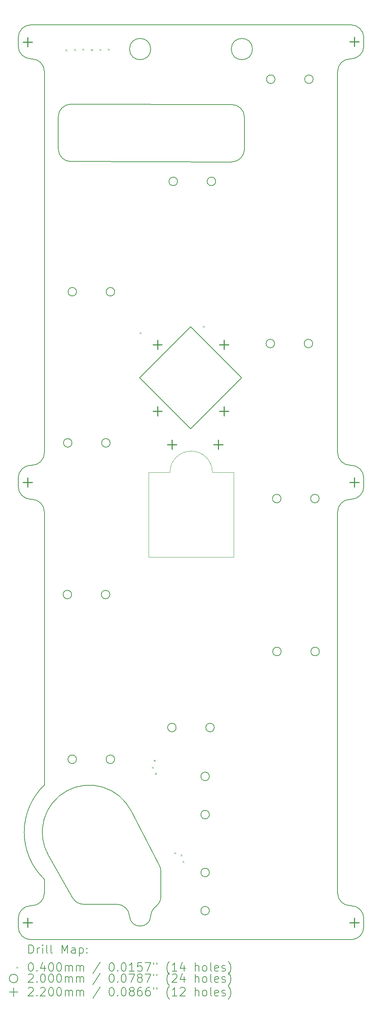
<source format=gbr>
%TF.GenerationSoftware,KiCad,Pcbnew,8.0.4*%
%TF.CreationDate,2024-12-03T20:52:28-08:00*%
%TF.ProjectId,Stationary_X_Panel,53746174-696f-46e6-9172-795f585f5061,1c*%
%TF.SameCoordinates,Original*%
%TF.FileFunction,Drillmap*%
%TF.FilePolarity,Positive*%
%FSLAX45Y45*%
G04 Gerber Fmt 4.5, Leading zero omitted, Abs format (unit mm)*
G04 Created by KiCad (PCBNEW 8.0.4) date 2024-12-03 20:52:28*
%MOMM*%
%LPD*%
G01*
G04 APERTURE LIST*
%ADD10C,0.200000*%
%ADD11C,0.100000*%
%ADD12C,0.220000*%
G04 APERTURE END LIST*
D10*
X8408500Y-2710500D02*
G75*
G02*
X7908500Y-2710500I-250000J0D01*
G01*
X7908500Y-2710500D02*
G75*
G02*
X8408500Y-2710500I250000J0D01*
G01*
X10416000Y-22590500D02*
X10416000Y-13615500D01*
X10733500Y-12515500D02*
G75*
G02*
X11033500Y-12815500I0J-300000D01*
G01*
X4167106Y-22704917D02*
X3596709Y-21707521D01*
X8218110Y-5069300D02*
G75*
G02*
X7918110Y-5369300I-300000J0D01*
G01*
X3183500Y-2940500D02*
X3201000Y-2940500D01*
X6248500Y-22084083D02*
X6248500Y-22669490D01*
X11033500Y-23390500D02*
X11033500Y-23190500D01*
X3501000Y-22268160D02*
X3501000Y-22590500D01*
X11033500Y-13015500D02*
G75*
G02*
X10733500Y-13315500I-300000J0D01*
G01*
X2883500Y-23190500D02*
G75*
G02*
X3183500Y-22890500I300000J0D01*
G01*
X6008138Y-23133948D02*
G75*
G02*
X6128104Y-22909791I299602J-16162D01*
G01*
X10416000Y-3240500D02*
G75*
G02*
X10716000Y-2940500I300000J0D01*
G01*
X3501000Y-22590500D02*
G75*
G02*
X3201000Y-22890500I-300000J0D01*
G01*
X4127500Y-4008260D02*
X7918110Y-4016820D01*
X3183500Y-23690500D02*
G75*
G02*
X2883500Y-23390500I0J300000D01*
G01*
X10416000Y-13615500D02*
G75*
G02*
X10716000Y-13315500I300000J0D01*
G01*
D11*
X5962000Y-14680000D02*
X5962000Y-12680000D01*
D10*
X11033500Y-2640500D02*
X11033500Y-2440500D01*
X10733500Y-2140500D02*
G75*
G02*
X11033500Y-2440500I0J-300000D01*
G01*
X3183500Y-2940500D02*
G75*
G02*
X2883500Y-2640500I0J300000D01*
G01*
X10733500Y-22890500D02*
G75*
G02*
X11033500Y-23190500I0J-300000D01*
G01*
X10733500Y-12515500D02*
X10716000Y-12515500D01*
X2883500Y-12815500D02*
X2883500Y-13015500D01*
X3201000Y-12515500D02*
X3183500Y-12515500D01*
X10716000Y-22890500D02*
G75*
G02*
X10416000Y-22590500I0J300000D01*
G01*
X2883500Y-2440500D02*
G75*
G02*
X3183500Y-2140500I300000J0D01*
G01*
D11*
X6462000Y-12680000D02*
G75*
G02*
X7462000Y-12680000I500000J0D01*
G01*
D10*
X10716000Y-13315500D02*
X10733500Y-13315500D01*
X10716000Y-12515500D02*
G75*
G02*
X10416000Y-12215500I0J300000D01*
G01*
X10716000Y-2940500D02*
X10733500Y-2940500D01*
X3183500Y-13315500D02*
G75*
G02*
X2883500Y-13015500I0J300000D01*
G01*
X6248500Y-22669490D02*
G75*
G02*
X6128102Y-22909788I-300000J0D01*
G01*
X6008138Y-23133948D02*
G75*
G02*
X5509021Y-23136630I-249638J13448D01*
G01*
X4127500Y-5360740D02*
G75*
G02*
X3827500Y-5060740I0J300000D01*
G01*
X3501000Y-12215500D02*
G75*
G02*
X3201000Y-12515500I-300000J0D01*
G01*
X10733500Y-22890500D02*
X10716000Y-22890500D01*
X3501000Y-3240500D02*
X3501000Y-12215500D01*
X11033500Y-13015500D02*
X11033500Y-12815500D01*
X3201000Y-13315500D02*
G75*
G02*
X3501000Y-13615500I0J-300000D01*
G01*
D11*
X7962000Y-12680000D02*
X7962000Y-14680000D01*
D10*
X3827500Y-4308260D02*
G75*
G02*
X4127500Y-4008260I300000J0D01*
G01*
X7918110Y-4016820D02*
G75*
G02*
X8218110Y-4316820I0J-300000D01*
G01*
D11*
X7462000Y-12680000D02*
X7962000Y-12680000D01*
D10*
X3201000Y-22890500D02*
X3183500Y-22890500D01*
X2883500Y-2440500D02*
X2883500Y-2640500D01*
X10416000Y-12215500D02*
X10416000Y-3240500D01*
X5209646Y-22855986D02*
G75*
G02*
X5509030Y-23136629I14J-299994D01*
G01*
X11033500Y-2640500D02*
G75*
G02*
X10733500Y-2940500I-300000J0D01*
G01*
X7918110Y-5369300D02*
X4127500Y-5360740D01*
D11*
X5962000Y-12680000D02*
X6462000Y-12680000D01*
D10*
X6008500Y-2710500D02*
G75*
G02*
X5508500Y-2710500I-250000J0D01*
G01*
X5508500Y-2710500D02*
G75*
G02*
X6008500Y-2710500I250000J0D01*
G01*
X5209646Y-22855986D02*
X4427528Y-22855986D01*
X3827500Y-5060740D02*
X3827500Y-4308260D01*
X4427528Y-22855986D02*
G75*
G02*
X4167105Y-22704918I2J300006D01*
G01*
X8153273Y-10456918D02*
X6951191Y-11659000D01*
X5749110Y-10456918D01*
X6951191Y-9254837D01*
X8153273Y-10456918D01*
X8218110Y-4316820D02*
X8218110Y-5069300D01*
D11*
X7962000Y-14680000D02*
X5962000Y-14680000D01*
D10*
X5542277Y-20647816D02*
X6214875Y-21946081D01*
X6214875Y-21946081D02*
G75*
G02*
X6248497Y-22084083I-266385J-137999D01*
G01*
X2883500Y-23190500D02*
X2883500Y-23390500D01*
X3201000Y-2940500D02*
G75*
G02*
X3501000Y-3240500I0J-300000D01*
G01*
X10733500Y-2140500D02*
X3183500Y-2140500D01*
X3596709Y-21707521D02*
G75*
G02*
X5542277Y-20647816I961791J550035D01*
G01*
X11033500Y-23390500D02*
G75*
G02*
X10733500Y-23690500I-300000J0D01*
G01*
X3183500Y-13315500D02*
X3201000Y-13315500D01*
X3501000Y-22268160D02*
G75*
G02*
X3501000Y-20046812I1057501J1110674D01*
G01*
X3183500Y-23690500D02*
X10733500Y-23690500D01*
X3501000Y-13615500D02*
X3501000Y-20046812D01*
X2883500Y-12815500D02*
G75*
G02*
X3183500Y-12515500I300000J0D01*
G01*
D11*
X3994500Y-2717500D02*
X4034500Y-2757500D01*
X4034500Y-2717500D02*
X3994500Y-2757500D01*
X4197500Y-2708500D02*
X4237500Y-2748500D01*
X4237500Y-2708500D02*
X4197500Y-2748500D01*
X4393500Y-2700500D02*
X4433500Y-2740500D01*
X4433500Y-2700500D02*
X4393500Y-2740500D01*
X4594500Y-2711500D02*
X4634500Y-2751500D01*
X4634500Y-2711500D02*
X4594500Y-2751500D01*
X4797500Y-2708500D02*
X4837500Y-2748500D01*
X4837500Y-2708500D02*
X4797500Y-2748500D01*
X4992500Y-2698500D02*
X5032500Y-2738500D01*
X5032500Y-2698500D02*
X4992500Y-2738500D01*
X5745800Y-9378000D02*
X5785800Y-9418000D01*
X5785800Y-9378000D02*
X5745800Y-9418000D01*
X6036500Y-19615500D02*
X6076500Y-19655500D01*
X6076500Y-19615500D02*
X6036500Y-19655500D01*
X6079500Y-19449500D02*
X6119500Y-19489500D01*
X6119500Y-19449500D02*
X6079500Y-19489500D01*
X6107500Y-19762500D02*
X6147500Y-19802500D01*
X6147500Y-19762500D02*
X6107500Y-19802500D01*
X6561500Y-21632500D02*
X6601500Y-21672500D01*
X6601500Y-21632500D02*
X6561500Y-21672500D01*
X6711500Y-21683500D02*
X6751500Y-21723500D01*
X6751500Y-21683500D02*
X6711500Y-21723500D01*
X6753500Y-21836500D02*
X6793500Y-21876500D01*
X6793500Y-21836500D02*
X6753500Y-21876500D01*
X7239500Y-9225600D02*
X7279500Y-9265600D01*
X7279500Y-9225600D02*
X7239500Y-9265600D01*
D10*
X4143500Y-15559500D02*
G75*
G02*
X3943500Y-15559500I-100000J0D01*
G01*
X3943500Y-15559500D02*
G75*
G02*
X4143500Y-15559500I100000J0D01*
G01*
X4151500Y-11987500D02*
G75*
G02*
X3951500Y-11987500I-100000J0D01*
G01*
X3951500Y-11987500D02*
G75*
G02*
X4151500Y-11987500I100000J0D01*
G01*
X4256500Y-19440500D02*
G75*
G02*
X4056500Y-19440500I-100000J0D01*
G01*
X4056500Y-19440500D02*
G75*
G02*
X4256500Y-19440500I100000J0D01*
G01*
X4258500Y-8427500D02*
G75*
G02*
X4058500Y-8427500I-100000J0D01*
G01*
X4058500Y-8427500D02*
G75*
G02*
X4258500Y-8427500I100000J0D01*
G01*
X5043500Y-15559500D02*
G75*
G02*
X4843500Y-15559500I-100000J0D01*
G01*
X4843500Y-15559500D02*
G75*
G02*
X5043500Y-15559500I100000J0D01*
G01*
X5051500Y-11987500D02*
G75*
G02*
X4851500Y-11987500I-100000J0D01*
G01*
X4851500Y-11987500D02*
G75*
G02*
X5051500Y-11987500I100000J0D01*
G01*
X5156500Y-19440500D02*
G75*
G02*
X4956500Y-19440500I-100000J0D01*
G01*
X4956500Y-19440500D02*
G75*
G02*
X5156500Y-19440500I100000J0D01*
G01*
X5158500Y-8427500D02*
G75*
G02*
X4958500Y-8427500I-100000J0D01*
G01*
X4958500Y-8427500D02*
G75*
G02*
X5158500Y-8427500I100000J0D01*
G01*
X6607500Y-18692500D02*
G75*
G02*
X6407500Y-18692500I-100000J0D01*
G01*
X6407500Y-18692500D02*
G75*
G02*
X6607500Y-18692500I100000J0D01*
G01*
X6639500Y-5827500D02*
G75*
G02*
X6439500Y-5827500I-100000J0D01*
G01*
X6439500Y-5827500D02*
G75*
G02*
X6639500Y-5827500I100000J0D01*
G01*
X7391500Y-19843500D02*
G75*
G02*
X7191500Y-19843500I-100000J0D01*
G01*
X7191500Y-19843500D02*
G75*
G02*
X7391500Y-19843500I100000J0D01*
G01*
X7391500Y-20743500D02*
G75*
G02*
X7191500Y-20743500I-100000J0D01*
G01*
X7191500Y-20743500D02*
G75*
G02*
X7391500Y-20743500I100000J0D01*
G01*
X7391500Y-22107500D02*
G75*
G02*
X7191500Y-22107500I-100000J0D01*
G01*
X7191500Y-22107500D02*
G75*
G02*
X7391500Y-22107500I100000J0D01*
G01*
X7391500Y-23007500D02*
G75*
G02*
X7191500Y-23007500I-100000J0D01*
G01*
X7191500Y-23007500D02*
G75*
G02*
X7391500Y-23007500I100000J0D01*
G01*
X7507500Y-18692500D02*
G75*
G02*
X7307500Y-18692500I-100000J0D01*
G01*
X7307500Y-18692500D02*
G75*
G02*
X7507500Y-18692500I100000J0D01*
G01*
X7539500Y-5827500D02*
G75*
G02*
X7339500Y-5827500I-100000J0D01*
G01*
X7339500Y-5827500D02*
G75*
G02*
X7539500Y-5827500I100000J0D01*
G01*
X8928500Y-9647500D02*
G75*
G02*
X8728500Y-9647500I-100000J0D01*
G01*
X8728500Y-9647500D02*
G75*
G02*
X8928500Y-9647500I100000J0D01*
G01*
X8939500Y-3420500D02*
G75*
G02*
X8739500Y-3420500I-100000J0D01*
G01*
X8739500Y-3420500D02*
G75*
G02*
X8939500Y-3420500I100000J0D01*
G01*
X9080500Y-13299500D02*
G75*
G02*
X8880500Y-13299500I-100000J0D01*
G01*
X8880500Y-13299500D02*
G75*
G02*
X9080500Y-13299500I100000J0D01*
G01*
X9085500Y-16901500D02*
G75*
G02*
X8885500Y-16901500I-100000J0D01*
G01*
X8885500Y-16901500D02*
G75*
G02*
X9085500Y-16901500I100000J0D01*
G01*
X9828500Y-9647500D02*
G75*
G02*
X9628500Y-9647500I-100000J0D01*
G01*
X9628500Y-9647500D02*
G75*
G02*
X9828500Y-9647500I100000J0D01*
G01*
X9839500Y-3420500D02*
G75*
G02*
X9639500Y-3420500I-100000J0D01*
G01*
X9639500Y-3420500D02*
G75*
G02*
X9839500Y-3420500I100000J0D01*
G01*
X9980500Y-13299500D02*
G75*
G02*
X9780500Y-13299500I-100000J0D01*
G01*
X9780500Y-13299500D02*
G75*
G02*
X9980500Y-13299500I100000J0D01*
G01*
X9985500Y-16901500D02*
G75*
G02*
X9785500Y-16901500I-100000J0D01*
G01*
X9785500Y-16901500D02*
G75*
G02*
X9985500Y-16901500I100000J0D01*
G01*
D12*
X3107500Y-12805500D02*
X3107500Y-13025500D01*
X2997500Y-12915500D02*
X3217500Y-12915500D01*
X3108500Y-2431500D02*
X3108500Y-2651500D01*
X2998500Y-2541500D02*
X3218500Y-2541500D01*
X3109500Y-23181500D02*
X3109500Y-23401500D01*
X2999500Y-23291500D02*
X3219500Y-23291500D01*
X6166611Y-9562339D02*
X6166611Y-9782339D01*
X6056611Y-9672339D02*
X6276611Y-9672339D01*
X6166611Y-11132116D02*
X6166611Y-11352116D01*
X6056611Y-11242116D02*
X6276611Y-11242116D01*
X6510000Y-11921500D02*
X6510000Y-12141500D01*
X6400000Y-12031500D02*
X6620000Y-12031500D01*
X7604500Y-11921500D02*
X7604500Y-12141500D01*
X7494500Y-12031500D02*
X7714500Y-12031500D01*
X7736388Y-9562339D02*
X7736388Y-9782339D01*
X7626388Y-9672339D02*
X7846388Y-9672339D01*
X7736388Y-11132116D02*
X7736388Y-11352116D01*
X7626388Y-11242116D02*
X7846388Y-11242116D01*
X10807500Y-12806500D02*
X10807500Y-13026500D01*
X10697500Y-12916500D02*
X10917500Y-12916500D01*
X10807500Y-23180500D02*
X10807500Y-23400500D01*
X10697500Y-23290500D02*
X10917500Y-23290500D01*
X10809500Y-2430500D02*
X10809500Y-2650500D01*
X10699500Y-2540500D02*
X10919500Y-2540500D01*
D10*
X3134277Y-24011984D02*
X3134277Y-23811984D01*
X3134277Y-23811984D02*
X3181896Y-23811984D01*
X3181896Y-23811984D02*
X3210467Y-23821508D01*
X3210467Y-23821508D02*
X3229515Y-23840555D01*
X3229515Y-23840555D02*
X3239039Y-23859603D01*
X3239039Y-23859603D02*
X3248562Y-23897698D01*
X3248562Y-23897698D02*
X3248562Y-23926269D01*
X3248562Y-23926269D02*
X3239039Y-23964365D01*
X3239039Y-23964365D02*
X3229515Y-23983412D01*
X3229515Y-23983412D02*
X3210467Y-24002460D01*
X3210467Y-24002460D02*
X3181896Y-24011984D01*
X3181896Y-24011984D02*
X3134277Y-24011984D01*
X3334277Y-24011984D02*
X3334277Y-23878650D01*
X3334277Y-23916746D02*
X3343801Y-23897698D01*
X3343801Y-23897698D02*
X3353324Y-23888174D01*
X3353324Y-23888174D02*
X3372372Y-23878650D01*
X3372372Y-23878650D02*
X3391420Y-23878650D01*
X3458086Y-24011984D02*
X3458086Y-23878650D01*
X3458086Y-23811984D02*
X3448562Y-23821508D01*
X3448562Y-23821508D02*
X3458086Y-23831031D01*
X3458086Y-23831031D02*
X3467610Y-23821508D01*
X3467610Y-23821508D02*
X3458086Y-23811984D01*
X3458086Y-23811984D02*
X3458086Y-23831031D01*
X3581896Y-24011984D02*
X3562848Y-24002460D01*
X3562848Y-24002460D02*
X3553324Y-23983412D01*
X3553324Y-23983412D02*
X3553324Y-23811984D01*
X3686658Y-24011984D02*
X3667610Y-24002460D01*
X3667610Y-24002460D02*
X3658086Y-23983412D01*
X3658086Y-23983412D02*
X3658086Y-23811984D01*
X3915229Y-24011984D02*
X3915229Y-23811984D01*
X3915229Y-23811984D02*
X3981896Y-23954841D01*
X3981896Y-23954841D02*
X4048562Y-23811984D01*
X4048562Y-23811984D02*
X4048562Y-24011984D01*
X4229515Y-24011984D02*
X4229515Y-23907222D01*
X4229515Y-23907222D02*
X4219991Y-23888174D01*
X4219991Y-23888174D02*
X4200944Y-23878650D01*
X4200944Y-23878650D02*
X4162848Y-23878650D01*
X4162848Y-23878650D02*
X4143801Y-23888174D01*
X4229515Y-24002460D02*
X4210467Y-24011984D01*
X4210467Y-24011984D02*
X4162848Y-24011984D01*
X4162848Y-24011984D02*
X4143801Y-24002460D01*
X4143801Y-24002460D02*
X4134277Y-23983412D01*
X4134277Y-23983412D02*
X4134277Y-23964365D01*
X4134277Y-23964365D02*
X4143801Y-23945317D01*
X4143801Y-23945317D02*
X4162848Y-23935793D01*
X4162848Y-23935793D02*
X4210467Y-23935793D01*
X4210467Y-23935793D02*
X4229515Y-23926269D01*
X4324753Y-23878650D02*
X4324753Y-24078650D01*
X4324753Y-23888174D02*
X4343801Y-23878650D01*
X4343801Y-23878650D02*
X4381896Y-23878650D01*
X4381896Y-23878650D02*
X4400944Y-23888174D01*
X4400944Y-23888174D02*
X4410467Y-23897698D01*
X4410467Y-23897698D02*
X4419991Y-23916746D01*
X4419991Y-23916746D02*
X4419991Y-23973888D01*
X4419991Y-23973888D02*
X4410467Y-23992936D01*
X4410467Y-23992936D02*
X4400944Y-24002460D01*
X4400944Y-24002460D02*
X4381896Y-24011984D01*
X4381896Y-24011984D02*
X4343801Y-24011984D01*
X4343801Y-24011984D02*
X4324753Y-24002460D01*
X4505705Y-23992936D02*
X4515229Y-24002460D01*
X4515229Y-24002460D02*
X4505705Y-24011984D01*
X4505705Y-24011984D02*
X4496182Y-24002460D01*
X4496182Y-24002460D02*
X4505705Y-23992936D01*
X4505705Y-23992936D02*
X4505705Y-24011984D01*
X4505705Y-23888174D02*
X4515229Y-23897698D01*
X4515229Y-23897698D02*
X4505705Y-23907222D01*
X4505705Y-23907222D02*
X4496182Y-23897698D01*
X4496182Y-23897698D02*
X4505705Y-23888174D01*
X4505705Y-23888174D02*
X4505705Y-23907222D01*
D11*
X2833500Y-24320500D02*
X2873500Y-24360500D01*
X2873500Y-24320500D02*
X2833500Y-24360500D01*
D10*
X3172372Y-24231984D02*
X3191420Y-24231984D01*
X3191420Y-24231984D02*
X3210467Y-24241508D01*
X3210467Y-24241508D02*
X3219991Y-24251031D01*
X3219991Y-24251031D02*
X3229515Y-24270079D01*
X3229515Y-24270079D02*
X3239039Y-24308174D01*
X3239039Y-24308174D02*
X3239039Y-24355793D01*
X3239039Y-24355793D02*
X3229515Y-24393888D01*
X3229515Y-24393888D02*
X3219991Y-24412936D01*
X3219991Y-24412936D02*
X3210467Y-24422460D01*
X3210467Y-24422460D02*
X3191420Y-24431984D01*
X3191420Y-24431984D02*
X3172372Y-24431984D01*
X3172372Y-24431984D02*
X3153324Y-24422460D01*
X3153324Y-24422460D02*
X3143801Y-24412936D01*
X3143801Y-24412936D02*
X3134277Y-24393888D01*
X3134277Y-24393888D02*
X3124753Y-24355793D01*
X3124753Y-24355793D02*
X3124753Y-24308174D01*
X3124753Y-24308174D02*
X3134277Y-24270079D01*
X3134277Y-24270079D02*
X3143801Y-24251031D01*
X3143801Y-24251031D02*
X3153324Y-24241508D01*
X3153324Y-24241508D02*
X3172372Y-24231984D01*
X3324753Y-24412936D02*
X3334277Y-24422460D01*
X3334277Y-24422460D02*
X3324753Y-24431984D01*
X3324753Y-24431984D02*
X3315229Y-24422460D01*
X3315229Y-24422460D02*
X3324753Y-24412936D01*
X3324753Y-24412936D02*
X3324753Y-24431984D01*
X3505705Y-24298650D02*
X3505705Y-24431984D01*
X3458086Y-24222460D02*
X3410467Y-24365317D01*
X3410467Y-24365317D02*
X3534277Y-24365317D01*
X3648562Y-24231984D02*
X3667610Y-24231984D01*
X3667610Y-24231984D02*
X3686658Y-24241508D01*
X3686658Y-24241508D02*
X3696182Y-24251031D01*
X3696182Y-24251031D02*
X3705705Y-24270079D01*
X3705705Y-24270079D02*
X3715229Y-24308174D01*
X3715229Y-24308174D02*
X3715229Y-24355793D01*
X3715229Y-24355793D02*
X3705705Y-24393888D01*
X3705705Y-24393888D02*
X3696182Y-24412936D01*
X3696182Y-24412936D02*
X3686658Y-24422460D01*
X3686658Y-24422460D02*
X3667610Y-24431984D01*
X3667610Y-24431984D02*
X3648562Y-24431984D01*
X3648562Y-24431984D02*
X3629515Y-24422460D01*
X3629515Y-24422460D02*
X3619991Y-24412936D01*
X3619991Y-24412936D02*
X3610467Y-24393888D01*
X3610467Y-24393888D02*
X3600943Y-24355793D01*
X3600943Y-24355793D02*
X3600943Y-24308174D01*
X3600943Y-24308174D02*
X3610467Y-24270079D01*
X3610467Y-24270079D02*
X3619991Y-24251031D01*
X3619991Y-24251031D02*
X3629515Y-24241508D01*
X3629515Y-24241508D02*
X3648562Y-24231984D01*
X3839039Y-24231984D02*
X3858086Y-24231984D01*
X3858086Y-24231984D02*
X3877134Y-24241508D01*
X3877134Y-24241508D02*
X3886658Y-24251031D01*
X3886658Y-24251031D02*
X3896182Y-24270079D01*
X3896182Y-24270079D02*
X3905705Y-24308174D01*
X3905705Y-24308174D02*
X3905705Y-24355793D01*
X3905705Y-24355793D02*
X3896182Y-24393888D01*
X3896182Y-24393888D02*
X3886658Y-24412936D01*
X3886658Y-24412936D02*
X3877134Y-24422460D01*
X3877134Y-24422460D02*
X3858086Y-24431984D01*
X3858086Y-24431984D02*
X3839039Y-24431984D01*
X3839039Y-24431984D02*
X3819991Y-24422460D01*
X3819991Y-24422460D02*
X3810467Y-24412936D01*
X3810467Y-24412936D02*
X3800943Y-24393888D01*
X3800943Y-24393888D02*
X3791420Y-24355793D01*
X3791420Y-24355793D02*
X3791420Y-24308174D01*
X3791420Y-24308174D02*
X3800943Y-24270079D01*
X3800943Y-24270079D02*
X3810467Y-24251031D01*
X3810467Y-24251031D02*
X3819991Y-24241508D01*
X3819991Y-24241508D02*
X3839039Y-24231984D01*
X3991420Y-24431984D02*
X3991420Y-24298650D01*
X3991420Y-24317698D02*
X4000943Y-24308174D01*
X4000943Y-24308174D02*
X4019991Y-24298650D01*
X4019991Y-24298650D02*
X4048563Y-24298650D01*
X4048563Y-24298650D02*
X4067610Y-24308174D01*
X4067610Y-24308174D02*
X4077134Y-24327222D01*
X4077134Y-24327222D02*
X4077134Y-24431984D01*
X4077134Y-24327222D02*
X4086658Y-24308174D01*
X4086658Y-24308174D02*
X4105705Y-24298650D01*
X4105705Y-24298650D02*
X4134277Y-24298650D01*
X4134277Y-24298650D02*
X4153324Y-24308174D01*
X4153324Y-24308174D02*
X4162848Y-24327222D01*
X4162848Y-24327222D02*
X4162848Y-24431984D01*
X4258086Y-24431984D02*
X4258086Y-24298650D01*
X4258086Y-24317698D02*
X4267610Y-24308174D01*
X4267610Y-24308174D02*
X4286658Y-24298650D01*
X4286658Y-24298650D02*
X4315229Y-24298650D01*
X4315229Y-24298650D02*
X4334277Y-24308174D01*
X4334277Y-24308174D02*
X4343801Y-24327222D01*
X4343801Y-24327222D02*
X4343801Y-24431984D01*
X4343801Y-24327222D02*
X4353325Y-24308174D01*
X4353325Y-24308174D02*
X4372372Y-24298650D01*
X4372372Y-24298650D02*
X4400944Y-24298650D01*
X4400944Y-24298650D02*
X4419991Y-24308174D01*
X4419991Y-24308174D02*
X4429515Y-24327222D01*
X4429515Y-24327222D02*
X4429515Y-24431984D01*
X4819991Y-24222460D02*
X4648563Y-24479603D01*
X5077134Y-24231984D02*
X5096182Y-24231984D01*
X5096182Y-24231984D02*
X5115229Y-24241508D01*
X5115229Y-24241508D02*
X5124753Y-24251031D01*
X5124753Y-24251031D02*
X5134277Y-24270079D01*
X5134277Y-24270079D02*
X5143801Y-24308174D01*
X5143801Y-24308174D02*
X5143801Y-24355793D01*
X5143801Y-24355793D02*
X5134277Y-24393888D01*
X5134277Y-24393888D02*
X5124753Y-24412936D01*
X5124753Y-24412936D02*
X5115229Y-24422460D01*
X5115229Y-24422460D02*
X5096182Y-24431984D01*
X5096182Y-24431984D02*
X5077134Y-24431984D01*
X5077134Y-24431984D02*
X5058087Y-24422460D01*
X5058087Y-24422460D02*
X5048563Y-24412936D01*
X5048563Y-24412936D02*
X5039039Y-24393888D01*
X5039039Y-24393888D02*
X5029515Y-24355793D01*
X5029515Y-24355793D02*
X5029515Y-24308174D01*
X5029515Y-24308174D02*
X5039039Y-24270079D01*
X5039039Y-24270079D02*
X5048563Y-24251031D01*
X5048563Y-24251031D02*
X5058087Y-24241508D01*
X5058087Y-24241508D02*
X5077134Y-24231984D01*
X5229515Y-24412936D02*
X5239039Y-24422460D01*
X5239039Y-24422460D02*
X5229515Y-24431984D01*
X5229515Y-24431984D02*
X5219991Y-24422460D01*
X5219991Y-24422460D02*
X5229515Y-24412936D01*
X5229515Y-24412936D02*
X5229515Y-24431984D01*
X5362848Y-24231984D02*
X5381896Y-24231984D01*
X5381896Y-24231984D02*
X5400944Y-24241508D01*
X5400944Y-24241508D02*
X5410468Y-24251031D01*
X5410468Y-24251031D02*
X5419991Y-24270079D01*
X5419991Y-24270079D02*
X5429515Y-24308174D01*
X5429515Y-24308174D02*
X5429515Y-24355793D01*
X5429515Y-24355793D02*
X5419991Y-24393888D01*
X5419991Y-24393888D02*
X5410468Y-24412936D01*
X5410468Y-24412936D02*
X5400944Y-24422460D01*
X5400944Y-24422460D02*
X5381896Y-24431984D01*
X5381896Y-24431984D02*
X5362848Y-24431984D01*
X5362848Y-24431984D02*
X5343801Y-24422460D01*
X5343801Y-24422460D02*
X5334277Y-24412936D01*
X5334277Y-24412936D02*
X5324753Y-24393888D01*
X5324753Y-24393888D02*
X5315229Y-24355793D01*
X5315229Y-24355793D02*
X5315229Y-24308174D01*
X5315229Y-24308174D02*
X5324753Y-24270079D01*
X5324753Y-24270079D02*
X5334277Y-24251031D01*
X5334277Y-24251031D02*
X5343801Y-24241508D01*
X5343801Y-24241508D02*
X5362848Y-24231984D01*
X5619991Y-24431984D02*
X5505706Y-24431984D01*
X5562848Y-24431984D02*
X5562848Y-24231984D01*
X5562848Y-24231984D02*
X5543801Y-24260555D01*
X5543801Y-24260555D02*
X5524753Y-24279603D01*
X5524753Y-24279603D02*
X5505706Y-24289127D01*
X5800944Y-24231984D02*
X5705706Y-24231984D01*
X5705706Y-24231984D02*
X5696182Y-24327222D01*
X5696182Y-24327222D02*
X5705706Y-24317698D01*
X5705706Y-24317698D02*
X5724753Y-24308174D01*
X5724753Y-24308174D02*
X5772372Y-24308174D01*
X5772372Y-24308174D02*
X5791420Y-24317698D01*
X5791420Y-24317698D02*
X5800944Y-24327222D01*
X5800944Y-24327222D02*
X5810467Y-24346269D01*
X5810467Y-24346269D02*
X5810467Y-24393888D01*
X5810467Y-24393888D02*
X5800944Y-24412936D01*
X5800944Y-24412936D02*
X5791420Y-24422460D01*
X5791420Y-24422460D02*
X5772372Y-24431984D01*
X5772372Y-24431984D02*
X5724753Y-24431984D01*
X5724753Y-24431984D02*
X5705706Y-24422460D01*
X5705706Y-24422460D02*
X5696182Y-24412936D01*
X5877134Y-24231984D02*
X6010467Y-24231984D01*
X6010467Y-24231984D02*
X5924753Y-24431984D01*
X6077134Y-24231984D02*
X6077134Y-24270079D01*
X6153325Y-24231984D02*
X6153325Y-24270079D01*
X6448563Y-24508174D02*
X6439039Y-24498650D01*
X6439039Y-24498650D02*
X6419991Y-24470079D01*
X6419991Y-24470079D02*
X6410468Y-24451031D01*
X6410468Y-24451031D02*
X6400944Y-24422460D01*
X6400944Y-24422460D02*
X6391420Y-24374841D01*
X6391420Y-24374841D02*
X6391420Y-24336746D01*
X6391420Y-24336746D02*
X6400944Y-24289127D01*
X6400944Y-24289127D02*
X6410468Y-24260555D01*
X6410468Y-24260555D02*
X6419991Y-24241508D01*
X6419991Y-24241508D02*
X6439039Y-24212936D01*
X6439039Y-24212936D02*
X6448563Y-24203412D01*
X6629515Y-24431984D02*
X6515229Y-24431984D01*
X6572372Y-24431984D02*
X6572372Y-24231984D01*
X6572372Y-24231984D02*
X6553325Y-24260555D01*
X6553325Y-24260555D02*
X6534277Y-24279603D01*
X6534277Y-24279603D02*
X6515229Y-24289127D01*
X6800944Y-24298650D02*
X6800944Y-24431984D01*
X6753325Y-24222460D02*
X6705706Y-24365317D01*
X6705706Y-24365317D02*
X6829515Y-24365317D01*
X7058087Y-24431984D02*
X7058087Y-24231984D01*
X7143801Y-24431984D02*
X7143801Y-24327222D01*
X7143801Y-24327222D02*
X7134277Y-24308174D01*
X7134277Y-24308174D02*
X7115230Y-24298650D01*
X7115230Y-24298650D02*
X7086658Y-24298650D01*
X7086658Y-24298650D02*
X7067610Y-24308174D01*
X7067610Y-24308174D02*
X7058087Y-24317698D01*
X7267610Y-24431984D02*
X7248563Y-24422460D01*
X7248563Y-24422460D02*
X7239039Y-24412936D01*
X7239039Y-24412936D02*
X7229515Y-24393888D01*
X7229515Y-24393888D02*
X7229515Y-24336746D01*
X7229515Y-24336746D02*
X7239039Y-24317698D01*
X7239039Y-24317698D02*
X7248563Y-24308174D01*
X7248563Y-24308174D02*
X7267610Y-24298650D01*
X7267610Y-24298650D02*
X7296182Y-24298650D01*
X7296182Y-24298650D02*
X7315230Y-24308174D01*
X7315230Y-24308174D02*
X7324753Y-24317698D01*
X7324753Y-24317698D02*
X7334277Y-24336746D01*
X7334277Y-24336746D02*
X7334277Y-24393888D01*
X7334277Y-24393888D02*
X7324753Y-24412936D01*
X7324753Y-24412936D02*
X7315230Y-24422460D01*
X7315230Y-24422460D02*
X7296182Y-24431984D01*
X7296182Y-24431984D02*
X7267610Y-24431984D01*
X7448563Y-24431984D02*
X7429515Y-24422460D01*
X7429515Y-24422460D02*
X7419991Y-24403412D01*
X7419991Y-24403412D02*
X7419991Y-24231984D01*
X7600944Y-24422460D02*
X7581896Y-24431984D01*
X7581896Y-24431984D02*
X7543801Y-24431984D01*
X7543801Y-24431984D02*
X7524753Y-24422460D01*
X7524753Y-24422460D02*
X7515230Y-24403412D01*
X7515230Y-24403412D02*
X7515230Y-24327222D01*
X7515230Y-24327222D02*
X7524753Y-24308174D01*
X7524753Y-24308174D02*
X7543801Y-24298650D01*
X7543801Y-24298650D02*
X7581896Y-24298650D01*
X7581896Y-24298650D02*
X7600944Y-24308174D01*
X7600944Y-24308174D02*
X7610468Y-24327222D01*
X7610468Y-24327222D02*
X7610468Y-24346269D01*
X7610468Y-24346269D02*
X7515230Y-24365317D01*
X7686658Y-24422460D02*
X7705706Y-24431984D01*
X7705706Y-24431984D02*
X7743801Y-24431984D01*
X7743801Y-24431984D02*
X7762849Y-24422460D01*
X7762849Y-24422460D02*
X7772372Y-24403412D01*
X7772372Y-24403412D02*
X7772372Y-24393888D01*
X7772372Y-24393888D02*
X7762849Y-24374841D01*
X7762849Y-24374841D02*
X7743801Y-24365317D01*
X7743801Y-24365317D02*
X7715230Y-24365317D01*
X7715230Y-24365317D02*
X7696182Y-24355793D01*
X7696182Y-24355793D02*
X7686658Y-24336746D01*
X7686658Y-24336746D02*
X7686658Y-24327222D01*
X7686658Y-24327222D02*
X7696182Y-24308174D01*
X7696182Y-24308174D02*
X7715230Y-24298650D01*
X7715230Y-24298650D02*
X7743801Y-24298650D01*
X7743801Y-24298650D02*
X7762849Y-24308174D01*
X7839039Y-24508174D02*
X7848563Y-24498650D01*
X7848563Y-24498650D02*
X7867611Y-24470079D01*
X7867611Y-24470079D02*
X7877134Y-24451031D01*
X7877134Y-24451031D02*
X7886658Y-24422460D01*
X7886658Y-24422460D02*
X7896182Y-24374841D01*
X7896182Y-24374841D02*
X7896182Y-24336746D01*
X7896182Y-24336746D02*
X7886658Y-24289127D01*
X7886658Y-24289127D02*
X7877134Y-24260555D01*
X7877134Y-24260555D02*
X7867611Y-24241508D01*
X7867611Y-24241508D02*
X7848563Y-24212936D01*
X7848563Y-24212936D02*
X7839039Y-24203412D01*
X2873500Y-24604500D02*
G75*
G02*
X2673500Y-24604500I-100000J0D01*
G01*
X2673500Y-24604500D02*
G75*
G02*
X2873500Y-24604500I100000J0D01*
G01*
X3124753Y-24515031D02*
X3134277Y-24505508D01*
X3134277Y-24505508D02*
X3153324Y-24495984D01*
X3153324Y-24495984D02*
X3200943Y-24495984D01*
X3200943Y-24495984D02*
X3219991Y-24505508D01*
X3219991Y-24505508D02*
X3229515Y-24515031D01*
X3229515Y-24515031D02*
X3239039Y-24534079D01*
X3239039Y-24534079D02*
X3239039Y-24553127D01*
X3239039Y-24553127D02*
X3229515Y-24581698D01*
X3229515Y-24581698D02*
X3115229Y-24695984D01*
X3115229Y-24695984D02*
X3239039Y-24695984D01*
X3324753Y-24676936D02*
X3334277Y-24686460D01*
X3334277Y-24686460D02*
X3324753Y-24695984D01*
X3324753Y-24695984D02*
X3315229Y-24686460D01*
X3315229Y-24686460D02*
X3324753Y-24676936D01*
X3324753Y-24676936D02*
X3324753Y-24695984D01*
X3458086Y-24495984D02*
X3477134Y-24495984D01*
X3477134Y-24495984D02*
X3496182Y-24505508D01*
X3496182Y-24505508D02*
X3505705Y-24515031D01*
X3505705Y-24515031D02*
X3515229Y-24534079D01*
X3515229Y-24534079D02*
X3524753Y-24572174D01*
X3524753Y-24572174D02*
X3524753Y-24619793D01*
X3524753Y-24619793D02*
X3515229Y-24657888D01*
X3515229Y-24657888D02*
X3505705Y-24676936D01*
X3505705Y-24676936D02*
X3496182Y-24686460D01*
X3496182Y-24686460D02*
X3477134Y-24695984D01*
X3477134Y-24695984D02*
X3458086Y-24695984D01*
X3458086Y-24695984D02*
X3439039Y-24686460D01*
X3439039Y-24686460D02*
X3429515Y-24676936D01*
X3429515Y-24676936D02*
X3419991Y-24657888D01*
X3419991Y-24657888D02*
X3410467Y-24619793D01*
X3410467Y-24619793D02*
X3410467Y-24572174D01*
X3410467Y-24572174D02*
X3419991Y-24534079D01*
X3419991Y-24534079D02*
X3429515Y-24515031D01*
X3429515Y-24515031D02*
X3439039Y-24505508D01*
X3439039Y-24505508D02*
X3458086Y-24495984D01*
X3648562Y-24495984D02*
X3667610Y-24495984D01*
X3667610Y-24495984D02*
X3686658Y-24505508D01*
X3686658Y-24505508D02*
X3696182Y-24515031D01*
X3696182Y-24515031D02*
X3705705Y-24534079D01*
X3705705Y-24534079D02*
X3715229Y-24572174D01*
X3715229Y-24572174D02*
X3715229Y-24619793D01*
X3715229Y-24619793D02*
X3705705Y-24657888D01*
X3705705Y-24657888D02*
X3696182Y-24676936D01*
X3696182Y-24676936D02*
X3686658Y-24686460D01*
X3686658Y-24686460D02*
X3667610Y-24695984D01*
X3667610Y-24695984D02*
X3648562Y-24695984D01*
X3648562Y-24695984D02*
X3629515Y-24686460D01*
X3629515Y-24686460D02*
X3619991Y-24676936D01*
X3619991Y-24676936D02*
X3610467Y-24657888D01*
X3610467Y-24657888D02*
X3600943Y-24619793D01*
X3600943Y-24619793D02*
X3600943Y-24572174D01*
X3600943Y-24572174D02*
X3610467Y-24534079D01*
X3610467Y-24534079D02*
X3619991Y-24515031D01*
X3619991Y-24515031D02*
X3629515Y-24505508D01*
X3629515Y-24505508D02*
X3648562Y-24495984D01*
X3839039Y-24495984D02*
X3858086Y-24495984D01*
X3858086Y-24495984D02*
X3877134Y-24505508D01*
X3877134Y-24505508D02*
X3886658Y-24515031D01*
X3886658Y-24515031D02*
X3896182Y-24534079D01*
X3896182Y-24534079D02*
X3905705Y-24572174D01*
X3905705Y-24572174D02*
X3905705Y-24619793D01*
X3905705Y-24619793D02*
X3896182Y-24657888D01*
X3896182Y-24657888D02*
X3886658Y-24676936D01*
X3886658Y-24676936D02*
X3877134Y-24686460D01*
X3877134Y-24686460D02*
X3858086Y-24695984D01*
X3858086Y-24695984D02*
X3839039Y-24695984D01*
X3839039Y-24695984D02*
X3819991Y-24686460D01*
X3819991Y-24686460D02*
X3810467Y-24676936D01*
X3810467Y-24676936D02*
X3800943Y-24657888D01*
X3800943Y-24657888D02*
X3791420Y-24619793D01*
X3791420Y-24619793D02*
X3791420Y-24572174D01*
X3791420Y-24572174D02*
X3800943Y-24534079D01*
X3800943Y-24534079D02*
X3810467Y-24515031D01*
X3810467Y-24515031D02*
X3819991Y-24505508D01*
X3819991Y-24505508D02*
X3839039Y-24495984D01*
X3991420Y-24695984D02*
X3991420Y-24562650D01*
X3991420Y-24581698D02*
X4000943Y-24572174D01*
X4000943Y-24572174D02*
X4019991Y-24562650D01*
X4019991Y-24562650D02*
X4048563Y-24562650D01*
X4048563Y-24562650D02*
X4067610Y-24572174D01*
X4067610Y-24572174D02*
X4077134Y-24591222D01*
X4077134Y-24591222D02*
X4077134Y-24695984D01*
X4077134Y-24591222D02*
X4086658Y-24572174D01*
X4086658Y-24572174D02*
X4105705Y-24562650D01*
X4105705Y-24562650D02*
X4134277Y-24562650D01*
X4134277Y-24562650D02*
X4153324Y-24572174D01*
X4153324Y-24572174D02*
X4162848Y-24591222D01*
X4162848Y-24591222D02*
X4162848Y-24695984D01*
X4258086Y-24695984D02*
X4258086Y-24562650D01*
X4258086Y-24581698D02*
X4267610Y-24572174D01*
X4267610Y-24572174D02*
X4286658Y-24562650D01*
X4286658Y-24562650D02*
X4315229Y-24562650D01*
X4315229Y-24562650D02*
X4334277Y-24572174D01*
X4334277Y-24572174D02*
X4343801Y-24591222D01*
X4343801Y-24591222D02*
X4343801Y-24695984D01*
X4343801Y-24591222D02*
X4353325Y-24572174D01*
X4353325Y-24572174D02*
X4372372Y-24562650D01*
X4372372Y-24562650D02*
X4400944Y-24562650D01*
X4400944Y-24562650D02*
X4419991Y-24572174D01*
X4419991Y-24572174D02*
X4429515Y-24591222D01*
X4429515Y-24591222D02*
X4429515Y-24695984D01*
X4819991Y-24486460D02*
X4648563Y-24743603D01*
X5077134Y-24495984D02*
X5096182Y-24495984D01*
X5096182Y-24495984D02*
X5115229Y-24505508D01*
X5115229Y-24505508D02*
X5124753Y-24515031D01*
X5124753Y-24515031D02*
X5134277Y-24534079D01*
X5134277Y-24534079D02*
X5143801Y-24572174D01*
X5143801Y-24572174D02*
X5143801Y-24619793D01*
X5143801Y-24619793D02*
X5134277Y-24657888D01*
X5134277Y-24657888D02*
X5124753Y-24676936D01*
X5124753Y-24676936D02*
X5115229Y-24686460D01*
X5115229Y-24686460D02*
X5096182Y-24695984D01*
X5096182Y-24695984D02*
X5077134Y-24695984D01*
X5077134Y-24695984D02*
X5058087Y-24686460D01*
X5058087Y-24686460D02*
X5048563Y-24676936D01*
X5048563Y-24676936D02*
X5039039Y-24657888D01*
X5039039Y-24657888D02*
X5029515Y-24619793D01*
X5029515Y-24619793D02*
X5029515Y-24572174D01*
X5029515Y-24572174D02*
X5039039Y-24534079D01*
X5039039Y-24534079D02*
X5048563Y-24515031D01*
X5048563Y-24515031D02*
X5058087Y-24505508D01*
X5058087Y-24505508D02*
X5077134Y-24495984D01*
X5229515Y-24676936D02*
X5239039Y-24686460D01*
X5239039Y-24686460D02*
X5229515Y-24695984D01*
X5229515Y-24695984D02*
X5219991Y-24686460D01*
X5219991Y-24686460D02*
X5229515Y-24676936D01*
X5229515Y-24676936D02*
X5229515Y-24695984D01*
X5362848Y-24495984D02*
X5381896Y-24495984D01*
X5381896Y-24495984D02*
X5400944Y-24505508D01*
X5400944Y-24505508D02*
X5410468Y-24515031D01*
X5410468Y-24515031D02*
X5419991Y-24534079D01*
X5419991Y-24534079D02*
X5429515Y-24572174D01*
X5429515Y-24572174D02*
X5429515Y-24619793D01*
X5429515Y-24619793D02*
X5419991Y-24657888D01*
X5419991Y-24657888D02*
X5410468Y-24676936D01*
X5410468Y-24676936D02*
X5400944Y-24686460D01*
X5400944Y-24686460D02*
X5381896Y-24695984D01*
X5381896Y-24695984D02*
X5362848Y-24695984D01*
X5362848Y-24695984D02*
X5343801Y-24686460D01*
X5343801Y-24686460D02*
X5334277Y-24676936D01*
X5334277Y-24676936D02*
X5324753Y-24657888D01*
X5324753Y-24657888D02*
X5315229Y-24619793D01*
X5315229Y-24619793D02*
X5315229Y-24572174D01*
X5315229Y-24572174D02*
X5324753Y-24534079D01*
X5324753Y-24534079D02*
X5334277Y-24515031D01*
X5334277Y-24515031D02*
X5343801Y-24505508D01*
X5343801Y-24505508D02*
X5362848Y-24495984D01*
X5496182Y-24495984D02*
X5629515Y-24495984D01*
X5629515Y-24495984D02*
X5543801Y-24695984D01*
X5734277Y-24581698D02*
X5715229Y-24572174D01*
X5715229Y-24572174D02*
X5705706Y-24562650D01*
X5705706Y-24562650D02*
X5696182Y-24543603D01*
X5696182Y-24543603D02*
X5696182Y-24534079D01*
X5696182Y-24534079D02*
X5705706Y-24515031D01*
X5705706Y-24515031D02*
X5715229Y-24505508D01*
X5715229Y-24505508D02*
X5734277Y-24495984D01*
X5734277Y-24495984D02*
X5772372Y-24495984D01*
X5772372Y-24495984D02*
X5791420Y-24505508D01*
X5791420Y-24505508D02*
X5800944Y-24515031D01*
X5800944Y-24515031D02*
X5810467Y-24534079D01*
X5810467Y-24534079D02*
X5810467Y-24543603D01*
X5810467Y-24543603D02*
X5800944Y-24562650D01*
X5800944Y-24562650D02*
X5791420Y-24572174D01*
X5791420Y-24572174D02*
X5772372Y-24581698D01*
X5772372Y-24581698D02*
X5734277Y-24581698D01*
X5734277Y-24581698D02*
X5715229Y-24591222D01*
X5715229Y-24591222D02*
X5705706Y-24600746D01*
X5705706Y-24600746D02*
X5696182Y-24619793D01*
X5696182Y-24619793D02*
X5696182Y-24657888D01*
X5696182Y-24657888D02*
X5705706Y-24676936D01*
X5705706Y-24676936D02*
X5715229Y-24686460D01*
X5715229Y-24686460D02*
X5734277Y-24695984D01*
X5734277Y-24695984D02*
X5772372Y-24695984D01*
X5772372Y-24695984D02*
X5791420Y-24686460D01*
X5791420Y-24686460D02*
X5800944Y-24676936D01*
X5800944Y-24676936D02*
X5810467Y-24657888D01*
X5810467Y-24657888D02*
X5810467Y-24619793D01*
X5810467Y-24619793D02*
X5800944Y-24600746D01*
X5800944Y-24600746D02*
X5791420Y-24591222D01*
X5791420Y-24591222D02*
X5772372Y-24581698D01*
X5877134Y-24495984D02*
X6010467Y-24495984D01*
X6010467Y-24495984D02*
X5924753Y-24695984D01*
X6077134Y-24495984D02*
X6077134Y-24534079D01*
X6153325Y-24495984D02*
X6153325Y-24534079D01*
X6448563Y-24772174D02*
X6439039Y-24762650D01*
X6439039Y-24762650D02*
X6419991Y-24734079D01*
X6419991Y-24734079D02*
X6410468Y-24715031D01*
X6410468Y-24715031D02*
X6400944Y-24686460D01*
X6400944Y-24686460D02*
X6391420Y-24638841D01*
X6391420Y-24638841D02*
X6391420Y-24600746D01*
X6391420Y-24600746D02*
X6400944Y-24553127D01*
X6400944Y-24553127D02*
X6410468Y-24524555D01*
X6410468Y-24524555D02*
X6419991Y-24505508D01*
X6419991Y-24505508D02*
X6439039Y-24476936D01*
X6439039Y-24476936D02*
X6448563Y-24467412D01*
X6515229Y-24515031D02*
X6524753Y-24505508D01*
X6524753Y-24505508D02*
X6543801Y-24495984D01*
X6543801Y-24495984D02*
X6591420Y-24495984D01*
X6591420Y-24495984D02*
X6610468Y-24505508D01*
X6610468Y-24505508D02*
X6619991Y-24515031D01*
X6619991Y-24515031D02*
X6629515Y-24534079D01*
X6629515Y-24534079D02*
X6629515Y-24553127D01*
X6629515Y-24553127D02*
X6619991Y-24581698D01*
X6619991Y-24581698D02*
X6505706Y-24695984D01*
X6505706Y-24695984D02*
X6629515Y-24695984D01*
X6800944Y-24562650D02*
X6800944Y-24695984D01*
X6753325Y-24486460D02*
X6705706Y-24629317D01*
X6705706Y-24629317D02*
X6829515Y-24629317D01*
X7058087Y-24695984D02*
X7058087Y-24495984D01*
X7143801Y-24695984D02*
X7143801Y-24591222D01*
X7143801Y-24591222D02*
X7134277Y-24572174D01*
X7134277Y-24572174D02*
X7115230Y-24562650D01*
X7115230Y-24562650D02*
X7086658Y-24562650D01*
X7086658Y-24562650D02*
X7067610Y-24572174D01*
X7067610Y-24572174D02*
X7058087Y-24581698D01*
X7267610Y-24695984D02*
X7248563Y-24686460D01*
X7248563Y-24686460D02*
X7239039Y-24676936D01*
X7239039Y-24676936D02*
X7229515Y-24657888D01*
X7229515Y-24657888D02*
X7229515Y-24600746D01*
X7229515Y-24600746D02*
X7239039Y-24581698D01*
X7239039Y-24581698D02*
X7248563Y-24572174D01*
X7248563Y-24572174D02*
X7267610Y-24562650D01*
X7267610Y-24562650D02*
X7296182Y-24562650D01*
X7296182Y-24562650D02*
X7315230Y-24572174D01*
X7315230Y-24572174D02*
X7324753Y-24581698D01*
X7324753Y-24581698D02*
X7334277Y-24600746D01*
X7334277Y-24600746D02*
X7334277Y-24657888D01*
X7334277Y-24657888D02*
X7324753Y-24676936D01*
X7324753Y-24676936D02*
X7315230Y-24686460D01*
X7315230Y-24686460D02*
X7296182Y-24695984D01*
X7296182Y-24695984D02*
X7267610Y-24695984D01*
X7448563Y-24695984D02*
X7429515Y-24686460D01*
X7429515Y-24686460D02*
X7419991Y-24667412D01*
X7419991Y-24667412D02*
X7419991Y-24495984D01*
X7600944Y-24686460D02*
X7581896Y-24695984D01*
X7581896Y-24695984D02*
X7543801Y-24695984D01*
X7543801Y-24695984D02*
X7524753Y-24686460D01*
X7524753Y-24686460D02*
X7515230Y-24667412D01*
X7515230Y-24667412D02*
X7515230Y-24591222D01*
X7515230Y-24591222D02*
X7524753Y-24572174D01*
X7524753Y-24572174D02*
X7543801Y-24562650D01*
X7543801Y-24562650D02*
X7581896Y-24562650D01*
X7581896Y-24562650D02*
X7600944Y-24572174D01*
X7600944Y-24572174D02*
X7610468Y-24591222D01*
X7610468Y-24591222D02*
X7610468Y-24610269D01*
X7610468Y-24610269D02*
X7515230Y-24629317D01*
X7686658Y-24686460D02*
X7705706Y-24695984D01*
X7705706Y-24695984D02*
X7743801Y-24695984D01*
X7743801Y-24695984D02*
X7762849Y-24686460D01*
X7762849Y-24686460D02*
X7772372Y-24667412D01*
X7772372Y-24667412D02*
X7772372Y-24657888D01*
X7772372Y-24657888D02*
X7762849Y-24638841D01*
X7762849Y-24638841D02*
X7743801Y-24629317D01*
X7743801Y-24629317D02*
X7715230Y-24629317D01*
X7715230Y-24629317D02*
X7696182Y-24619793D01*
X7696182Y-24619793D02*
X7686658Y-24600746D01*
X7686658Y-24600746D02*
X7686658Y-24591222D01*
X7686658Y-24591222D02*
X7696182Y-24572174D01*
X7696182Y-24572174D02*
X7715230Y-24562650D01*
X7715230Y-24562650D02*
X7743801Y-24562650D01*
X7743801Y-24562650D02*
X7762849Y-24572174D01*
X7839039Y-24772174D02*
X7848563Y-24762650D01*
X7848563Y-24762650D02*
X7867611Y-24734079D01*
X7867611Y-24734079D02*
X7877134Y-24715031D01*
X7877134Y-24715031D02*
X7886658Y-24686460D01*
X7886658Y-24686460D02*
X7896182Y-24638841D01*
X7896182Y-24638841D02*
X7896182Y-24600746D01*
X7896182Y-24600746D02*
X7886658Y-24553127D01*
X7886658Y-24553127D02*
X7877134Y-24524555D01*
X7877134Y-24524555D02*
X7867611Y-24505508D01*
X7867611Y-24505508D02*
X7848563Y-24476936D01*
X7848563Y-24476936D02*
X7839039Y-24467412D01*
X2773500Y-24824500D02*
X2773500Y-25024500D01*
X2673500Y-24924500D02*
X2873500Y-24924500D01*
X3124753Y-24835031D02*
X3134277Y-24825508D01*
X3134277Y-24825508D02*
X3153324Y-24815984D01*
X3153324Y-24815984D02*
X3200943Y-24815984D01*
X3200943Y-24815984D02*
X3219991Y-24825508D01*
X3219991Y-24825508D02*
X3229515Y-24835031D01*
X3229515Y-24835031D02*
X3239039Y-24854079D01*
X3239039Y-24854079D02*
X3239039Y-24873127D01*
X3239039Y-24873127D02*
X3229515Y-24901698D01*
X3229515Y-24901698D02*
X3115229Y-25015984D01*
X3115229Y-25015984D02*
X3239039Y-25015984D01*
X3324753Y-24996936D02*
X3334277Y-25006460D01*
X3334277Y-25006460D02*
X3324753Y-25015984D01*
X3324753Y-25015984D02*
X3315229Y-25006460D01*
X3315229Y-25006460D02*
X3324753Y-24996936D01*
X3324753Y-24996936D02*
X3324753Y-25015984D01*
X3410467Y-24835031D02*
X3419991Y-24825508D01*
X3419991Y-24825508D02*
X3439039Y-24815984D01*
X3439039Y-24815984D02*
X3486658Y-24815984D01*
X3486658Y-24815984D02*
X3505705Y-24825508D01*
X3505705Y-24825508D02*
X3515229Y-24835031D01*
X3515229Y-24835031D02*
X3524753Y-24854079D01*
X3524753Y-24854079D02*
X3524753Y-24873127D01*
X3524753Y-24873127D02*
X3515229Y-24901698D01*
X3515229Y-24901698D02*
X3400943Y-25015984D01*
X3400943Y-25015984D02*
X3524753Y-25015984D01*
X3648562Y-24815984D02*
X3667610Y-24815984D01*
X3667610Y-24815984D02*
X3686658Y-24825508D01*
X3686658Y-24825508D02*
X3696182Y-24835031D01*
X3696182Y-24835031D02*
X3705705Y-24854079D01*
X3705705Y-24854079D02*
X3715229Y-24892174D01*
X3715229Y-24892174D02*
X3715229Y-24939793D01*
X3715229Y-24939793D02*
X3705705Y-24977888D01*
X3705705Y-24977888D02*
X3696182Y-24996936D01*
X3696182Y-24996936D02*
X3686658Y-25006460D01*
X3686658Y-25006460D02*
X3667610Y-25015984D01*
X3667610Y-25015984D02*
X3648562Y-25015984D01*
X3648562Y-25015984D02*
X3629515Y-25006460D01*
X3629515Y-25006460D02*
X3619991Y-24996936D01*
X3619991Y-24996936D02*
X3610467Y-24977888D01*
X3610467Y-24977888D02*
X3600943Y-24939793D01*
X3600943Y-24939793D02*
X3600943Y-24892174D01*
X3600943Y-24892174D02*
X3610467Y-24854079D01*
X3610467Y-24854079D02*
X3619991Y-24835031D01*
X3619991Y-24835031D02*
X3629515Y-24825508D01*
X3629515Y-24825508D02*
X3648562Y-24815984D01*
X3839039Y-24815984D02*
X3858086Y-24815984D01*
X3858086Y-24815984D02*
X3877134Y-24825508D01*
X3877134Y-24825508D02*
X3886658Y-24835031D01*
X3886658Y-24835031D02*
X3896182Y-24854079D01*
X3896182Y-24854079D02*
X3905705Y-24892174D01*
X3905705Y-24892174D02*
X3905705Y-24939793D01*
X3905705Y-24939793D02*
X3896182Y-24977888D01*
X3896182Y-24977888D02*
X3886658Y-24996936D01*
X3886658Y-24996936D02*
X3877134Y-25006460D01*
X3877134Y-25006460D02*
X3858086Y-25015984D01*
X3858086Y-25015984D02*
X3839039Y-25015984D01*
X3839039Y-25015984D02*
X3819991Y-25006460D01*
X3819991Y-25006460D02*
X3810467Y-24996936D01*
X3810467Y-24996936D02*
X3800943Y-24977888D01*
X3800943Y-24977888D02*
X3791420Y-24939793D01*
X3791420Y-24939793D02*
X3791420Y-24892174D01*
X3791420Y-24892174D02*
X3800943Y-24854079D01*
X3800943Y-24854079D02*
X3810467Y-24835031D01*
X3810467Y-24835031D02*
X3819991Y-24825508D01*
X3819991Y-24825508D02*
X3839039Y-24815984D01*
X3991420Y-25015984D02*
X3991420Y-24882650D01*
X3991420Y-24901698D02*
X4000943Y-24892174D01*
X4000943Y-24892174D02*
X4019991Y-24882650D01*
X4019991Y-24882650D02*
X4048563Y-24882650D01*
X4048563Y-24882650D02*
X4067610Y-24892174D01*
X4067610Y-24892174D02*
X4077134Y-24911222D01*
X4077134Y-24911222D02*
X4077134Y-25015984D01*
X4077134Y-24911222D02*
X4086658Y-24892174D01*
X4086658Y-24892174D02*
X4105705Y-24882650D01*
X4105705Y-24882650D02*
X4134277Y-24882650D01*
X4134277Y-24882650D02*
X4153324Y-24892174D01*
X4153324Y-24892174D02*
X4162848Y-24911222D01*
X4162848Y-24911222D02*
X4162848Y-25015984D01*
X4258086Y-25015984D02*
X4258086Y-24882650D01*
X4258086Y-24901698D02*
X4267610Y-24892174D01*
X4267610Y-24892174D02*
X4286658Y-24882650D01*
X4286658Y-24882650D02*
X4315229Y-24882650D01*
X4315229Y-24882650D02*
X4334277Y-24892174D01*
X4334277Y-24892174D02*
X4343801Y-24911222D01*
X4343801Y-24911222D02*
X4343801Y-25015984D01*
X4343801Y-24911222D02*
X4353325Y-24892174D01*
X4353325Y-24892174D02*
X4372372Y-24882650D01*
X4372372Y-24882650D02*
X4400944Y-24882650D01*
X4400944Y-24882650D02*
X4419991Y-24892174D01*
X4419991Y-24892174D02*
X4429515Y-24911222D01*
X4429515Y-24911222D02*
X4429515Y-25015984D01*
X4819991Y-24806460D02*
X4648563Y-25063603D01*
X5077134Y-24815984D02*
X5096182Y-24815984D01*
X5096182Y-24815984D02*
X5115229Y-24825508D01*
X5115229Y-24825508D02*
X5124753Y-24835031D01*
X5124753Y-24835031D02*
X5134277Y-24854079D01*
X5134277Y-24854079D02*
X5143801Y-24892174D01*
X5143801Y-24892174D02*
X5143801Y-24939793D01*
X5143801Y-24939793D02*
X5134277Y-24977888D01*
X5134277Y-24977888D02*
X5124753Y-24996936D01*
X5124753Y-24996936D02*
X5115229Y-25006460D01*
X5115229Y-25006460D02*
X5096182Y-25015984D01*
X5096182Y-25015984D02*
X5077134Y-25015984D01*
X5077134Y-25015984D02*
X5058087Y-25006460D01*
X5058087Y-25006460D02*
X5048563Y-24996936D01*
X5048563Y-24996936D02*
X5039039Y-24977888D01*
X5039039Y-24977888D02*
X5029515Y-24939793D01*
X5029515Y-24939793D02*
X5029515Y-24892174D01*
X5029515Y-24892174D02*
X5039039Y-24854079D01*
X5039039Y-24854079D02*
X5048563Y-24835031D01*
X5048563Y-24835031D02*
X5058087Y-24825508D01*
X5058087Y-24825508D02*
X5077134Y-24815984D01*
X5229515Y-24996936D02*
X5239039Y-25006460D01*
X5239039Y-25006460D02*
X5229515Y-25015984D01*
X5229515Y-25015984D02*
X5219991Y-25006460D01*
X5219991Y-25006460D02*
X5229515Y-24996936D01*
X5229515Y-24996936D02*
X5229515Y-25015984D01*
X5362848Y-24815984D02*
X5381896Y-24815984D01*
X5381896Y-24815984D02*
X5400944Y-24825508D01*
X5400944Y-24825508D02*
X5410468Y-24835031D01*
X5410468Y-24835031D02*
X5419991Y-24854079D01*
X5419991Y-24854079D02*
X5429515Y-24892174D01*
X5429515Y-24892174D02*
X5429515Y-24939793D01*
X5429515Y-24939793D02*
X5419991Y-24977888D01*
X5419991Y-24977888D02*
X5410468Y-24996936D01*
X5410468Y-24996936D02*
X5400944Y-25006460D01*
X5400944Y-25006460D02*
X5381896Y-25015984D01*
X5381896Y-25015984D02*
X5362848Y-25015984D01*
X5362848Y-25015984D02*
X5343801Y-25006460D01*
X5343801Y-25006460D02*
X5334277Y-24996936D01*
X5334277Y-24996936D02*
X5324753Y-24977888D01*
X5324753Y-24977888D02*
X5315229Y-24939793D01*
X5315229Y-24939793D02*
X5315229Y-24892174D01*
X5315229Y-24892174D02*
X5324753Y-24854079D01*
X5324753Y-24854079D02*
X5334277Y-24835031D01*
X5334277Y-24835031D02*
X5343801Y-24825508D01*
X5343801Y-24825508D02*
X5362848Y-24815984D01*
X5543801Y-24901698D02*
X5524753Y-24892174D01*
X5524753Y-24892174D02*
X5515229Y-24882650D01*
X5515229Y-24882650D02*
X5505706Y-24863603D01*
X5505706Y-24863603D02*
X5505706Y-24854079D01*
X5505706Y-24854079D02*
X5515229Y-24835031D01*
X5515229Y-24835031D02*
X5524753Y-24825508D01*
X5524753Y-24825508D02*
X5543801Y-24815984D01*
X5543801Y-24815984D02*
X5581896Y-24815984D01*
X5581896Y-24815984D02*
X5600944Y-24825508D01*
X5600944Y-24825508D02*
X5610467Y-24835031D01*
X5610467Y-24835031D02*
X5619991Y-24854079D01*
X5619991Y-24854079D02*
X5619991Y-24863603D01*
X5619991Y-24863603D02*
X5610467Y-24882650D01*
X5610467Y-24882650D02*
X5600944Y-24892174D01*
X5600944Y-24892174D02*
X5581896Y-24901698D01*
X5581896Y-24901698D02*
X5543801Y-24901698D01*
X5543801Y-24901698D02*
X5524753Y-24911222D01*
X5524753Y-24911222D02*
X5515229Y-24920746D01*
X5515229Y-24920746D02*
X5505706Y-24939793D01*
X5505706Y-24939793D02*
X5505706Y-24977888D01*
X5505706Y-24977888D02*
X5515229Y-24996936D01*
X5515229Y-24996936D02*
X5524753Y-25006460D01*
X5524753Y-25006460D02*
X5543801Y-25015984D01*
X5543801Y-25015984D02*
X5581896Y-25015984D01*
X5581896Y-25015984D02*
X5600944Y-25006460D01*
X5600944Y-25006460D02*
X5610467Y-24996936D01*
X5610467Y-24996936D02*
X5619991Y-24977888D01*
X5619991Y-24977888D02*
X5619991Y-24939793D01*
X5619991Y-24939793D02*
X5610467Y-24920746D01*
X5610467Y-24920746D02*
X5600944Y-24911222D01*
X5600944Y-24911222D02*
X5581896Y-24901698D01*
X5791420Y-24815984D02*
X5753325Y-24815984D01*
X5753325Y-24815984D02*
X5734277Y-24825508D01*
X5734277Y-24825508D02*
X5724753Y-24835031D01*
X5724753Y-24835031D02*
X5705706Y-24863603D01*
X5705706Y-24863603D02*
X5696182Y-24901698D01*
X5696182Y-24901698D02*
X5696182Y-24977888D01*
X5696182Y-24977888D02*
X5705706Y-24996936D01*
X5705706Y-24996936D02*
X5715229Y-25006460D01*
X5715229Y-25006460D02*
X5734277Y-25015984D01*
X5734277Y-25015984D02*
X5772372Y-25015984D01*
X5772372Y-25015984D02*
X5791420Y-25006460D01*
X5791420Y-25006460D02*
X5800944Y-24996936D01*
X5800944Y-24996936D02*
X5810467Y-24977888D01*
X5810467Y-24977888D02*
X5810467Y-24930269D01*
X5810467Y-24930269D02*
X5800944Y-24911222D01*
X5800944Y-24911222D02*
X5791420Y-24901698D01*
X5791420Y-24901698D02*
X5772372Y-24892174D01*
X5772372Y-24892174D02*
X5734277Y-24892174D01*
X5734277Y-24892174D02*
X5715229Y-24901698D01*
X5715229Y-24901698D02*
X5705706Y-24911222D01*
X5705706Y-24911222D02*
X5696182Y-24930269D01*
X5981896Y-24815984D02*
X5943801Y-24815984D01*
X5943801Y-24815984D02*
X5924753Y-24825508D01*
X5924753Y-24825508D02*
X5915229Y-24835031D01*
X5915229Y-24835031D02*
X5896182Y-24863603D01*
X5896182Y-24863603D02*
X5886658Y-24901698D01*
X5886658Y-24901698D02*
X5886658Y-24977888D01*
X5886658Y-24977888D02*
X5896182Y-24996936D01*
X5896182Y-24996936D02*
X5905706Y-25006460D01*
X5905706Y-25006460D02*
X5924753Y-25015984D01*
X5924753Y-25015984D02*
X5962848Y-25015984D01*
X5962848Y-25015984D02*
X5981896Y-25006460D01*
X5981896Y-25006460D02*
X5991420Y-24996936D01*
X5991420Y-24996936D02*
X6000944Y-24977888D01*
X6000944Y-24977888D02*
X6000944Y-24930269D01*
X6000944Y-24930269D02*
X5991420Y-24911222D01*
X5991420Y-24911222D02*
X5981896Y-24901698D01*
X5981896Y-24901698D02*
X5962848Y-24892174D01*
X5962848Y-24892174D02*
X5924753Y-24892174D01*
X5924753Y-24892174D02*
X5905706Y-24901698D01*
X5905706Y-24901698D02*
X5896182Y-24911222D01*
X5896182Y-24911222D02*
X5886658Y-24930269D01*
X6077134Y-24815984D02*
X6077134Y-24854079D01*
X6153325Y-24815984D02*
X6153325Y-24854079D01*
X6448563Y-25092174D02*
X6439039Y-25082650D01*
X6439039Y-25082650D02*
X6419991Y-25054079D01*
X6419991Y-25054079D02*
X6410468Y-25035031D01*
X6410468Y-25035031D02*
X6400944Y-25006460D01*
X6400944Y-25006460D02*
X6391420Y-24958841D01*
X6391420Y-24958841D02*
X6391420Y-24920746D01*
X6391420Y-24920746D02*
X6400944Y-24873127D01*
X6400944Y-24873127D02*
X6410468Y-24844555D01*
X6410468Y-24844555D02*
X6419991Y-24825508D01*
X6419991Y-24825508D02*
X6439039Y-24796936D01*
X6439039Y-24796936D02*
X6448563Y-24787412D01*
X6629515Y-25015984D02*
X6515229Y-25015984D01*
X6572372Y-25015984D02*
X6572372Y-24815984D01*
X6572372Y-24815984D02*
X6553325Y-24844555D01*
X6553325Y-24844555D02*
X6534277Y-24863603D01*
X6534277Y-24863603D02*
X6515229Y-24873127D01*
X6705706Y-24835031D02*
X6715229Y-24825508D01*
X6715229Y-24825508D02*
X6734277Y-24815984D01*
X6734277Y-24815984D02*
X6781896Y-24815984D01*
X6781896Y-24815984D02*
X6800944Y-24825508D01*
X6800944Y-24825508D02*
X6810468Y-24835031D01*
X6810468Y-24835031D02*
X6819991Y-24854079D01*
X6819991Y-24854079D02*
X6819991Y-24873127D01*
X6819991Y-24873127D02*
X6810468Y-24901698D01*
X6810468Y-24901698D02*
X6696182Y-25015984D01*
X6696182Y-25015984D02*
X6819991Y-25015984D01*
X7058087Y-25015984D02*
X7058087Y-24815984D01*
X7143801Y-25015984D02*
X7143801Y-24911222D01*
X7143801Y-24911222D02*
X7134277Y-24892174D01*
X7134277Y-24892174D02*
X7115230Y-24882650D01*
X7115230Y-24882650D02*
X7086658Y-24882650D01*
X7086658Y-24882650D02*
X7067610Y-24892174D01*
X7067610Y-24892174D02*
X7058087Y-24901698D01*
X7267610Y-25015984D02*
X7248563Y-25006460D01*
X7248563Y-25006460D02*
X7239039Y-24996936D01*
X7239039Y-24996936D02*
X7229515Y-24977888D01*
X7229515Y-24977888D02*
X7229515Y-24920746D01*
X7229515Y-24920746D02*
X7239039Y-24901698D01*
X7239039Y-24901698D02*
X7248563Y-24892174D01*
X7248563Y-24892174D02*
X7267610Y-24882650D01*
X7267610Y-24882650D02*
X7296182Y-24882650D01*
X7296182Y-24882650D02*
X7315230Y-24892174D01*
X7315230Y-24892174D02*
X7324753Y-24901698D01*
X7324753Y-24901698D02*
X7334277Y-24920746D01*
X7334277Y-24920746D02*
X7334277Y-24977888D01*
X7334277Y-24977888D02*
X7324753Y-24996936D01*
X7324753Y-24996936D02*
X7315230Y-25006460D01*
X7315230Y-25006460D02*
X7296182Y-25015984D01*
X7296182Y-25015984D02*
X7267610Y-25015984D01*
X7448563Y-25015984D02*
X7429515Y-25006460D01*
X7429515Y-25006460D02*
X7419991Y-24987412D01*
X7419991Y-24987412D02*
X7419991Y-24815984D01*
X7600944Y-25006460D02*
X7581896Y-25015984D01*
X7581896Y-25015984D02*
X7543801Y-25015984D01*
X7543801Y-25015984D02*
X7524753Y-25006460D01*
X7524753Y-25006460D02*
X7515230Y-24987412D01*
X7515230Y-24987412D02*
X7515230Y-24911222D01*
X7515230Y-24911222D02*
X7524753Y-24892174D01*
X7524753Y-24892174D02*
X7543801Y-24882650D01*
X7543801Y-24882650D02*
X7581896Y-24882650D01*
X7581896Y-24882650D02*
X7600944Y-24892174D01*
X7600944Y-24892174D02*
X7610468Y-24911222D01*
X7610468Y-24911222D02*
X7610468Y-24930269D01*
X7610468Y-24930269D02*
X7515230Y-24949317D01*
X7686658Y-25006460D02*
X7705706Y-25015984D01*
X7705706Y-25015984D02*
X7743801Y-25015984D01*
X7743801Y-25015984D02*
X7762849Y-25006460D01*
X7762849Y-25006460D02*
X7772372Y-24987412D01*
X7772372Y-24987412D02*
X7772372Y-24977888D01*
X7772372Y-24977888D02*
X7762849Y-24958841D01*
X7762849Y-24958841D02*
X7743801Y-24949317D01*
X7743801Y-24949317D02*
X7715230Y-24949317D01*
X7715230Y-24949317D02*
X7696182Y-24939793D01*
X7696182Y-24939793D02*
X7686658Y-24920746D01*
X7686658Y-24920746D02*
X7686658Y-24911222D01*
X7686658Y-24911222D02*
X7696182Y-24892174D01*
X7696182Y-24892174D02*
X7715230Y-24882650D01*
X7715230Y-24882650D02*
X7743801Y-24882650D01*
X7743801Y-24882650D02*
X7762849Y-24892174D01*
X7839039Y-25092174D02*
X7848563Y-25082650D01*
X7848563Y-25082650D02*
X7867611Y-25054079D01*
X7867611Y-25054079D02*
X7877134Y-25035031D01*
X7877134Y-25035031D02*
X7886658Y-25006460D01*
X7886658Y-25006460D02*
X7896182Y-24958841D01*
X7896182Y-24958841D02*
X7896182Y-24920746D01*
X7896182Y-24920746D02*
X7886658Y-24873127D01*
X7886658Y-24873127D02*
X7877134Y-24844555D01*
X7877134Y-24844555D02*
X7867611Y-24825508D01*
X7867611Y-24825508D02*
X7848563Y-24796936D01*
X7848563Y-24796936D02*
X7839039Y-24787412D01*
M02*

</source>
